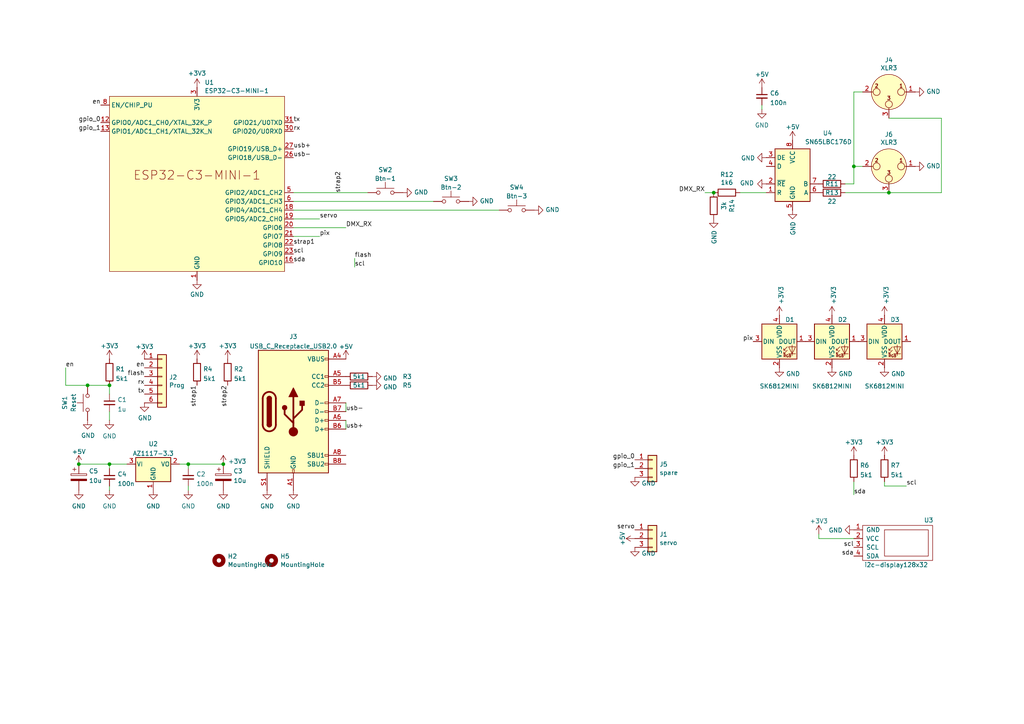
<source format=kicad_sch>
(kicad_sch (version 20231120) (generator "eeschema") (generator_version "8.0")
  (paper "A4")
  (lib_symbols
    (symbol "0_aaaaa_yeah:R" (pin_numbers hide) (pin_names (offset 0))
      (property "Reference" "R" (at 2.032 0 90))
      (property "Value" "R" (at 0 0 90))
      (symbol "R_0_1"
        (rectangle (start -1.016 -2.54) (end 1.016 2.54) (stroke (width 0.254)))
      )
      (symbol "R_1_1"
        (pin passive line (at 0 3.81 270) (length 1.27) (name "~") (number "1"))
        (pin passive line (at 0 -3.81 90) (length 1.27) (name "~") (number "2"))
      )
    )
    (symbol "Connector:USB_C_Receptacle_USB2.0" (pin_names (offset 1.016))
      (property "Reference" "J" (at -10.16 19.05 0))
      (property "Value" "USB_C_Receptacle_USB2.0" (at 19.05 19.05 0))
      (symbol "USB_C_Receptacle_USB2.0_0_0"
        (rectangle (start -0.254 -17.78) (end 0.254 -16.764))
        (rectangle (start 10.16 -14.986) (end 9.144 -15.494))
        (rectangle (start 10.16 -12.446) (end 9.144 -12.954))
        (rectangle (start 10.16 -4.826) (end 9.144 -5.334))
        (rectangle (start 10.16 -2.286) (end 9.144 -2.794))
        (rectangle (start 10.16 0.254) (end 9.144 -0.254))
        (rectangle (start 10.16 2.794) (end 9.144 2.286))
        (rectangle (start 10.16 7.874) (end 9.144 7.366))
        (rectangle (start 10.16 10.414) (end 9.144 9.906))
        (rectangle (start 10.16 15.494) (end 9.144 14.986))
      )
      (symbol "USB_C_Receptacle_USB2.0_0_1"
        (rectangle (start -10.16 17.78) (end 10.16 -17.78) (stroke (width 0.254)) (fill (type background)))
        (arc (start -8.89 -3.81) (mid -6.985 -5.7066) (end -5.08 -3.81) (stroke (width 0.508)))
        (arc (start -7.62 -3.81) (mid -6.985 -4.4422) (end -6.35 -3.81) (stroke (width 0.254)))
        (arc (start -7.62 -3.81) (mid -6.985 -4.4422) (end -6.35 -3.81) (stroke (width 0.254)) (fill (type outline)))
        (rectangle (start -7.62 -3.81) (end -6.35 3.81) (stroke (width 0.254)) (fill (type outline)))
        (arc (start -6.35 3.81) (mid -6.985 4.4422) (end -7.62 3.81) (stroke (width 0.254)))
        (arc (start -6.35 3.81) (mid -6.985 4.4422) (end -7.62 3.81) (stroke (width 0.254)) (fill (type outline)))
        (arc (start -5.08 3.81) (mid -6.985 5.7066) (end -8.89 3.81) (stroke (width 0.508)))
        (circle (center -2.54 1.143) (radius 0.635) (stroke (width 0.254)) (fill (type outline)))
        (circle (center 0 -5.842) (radius 1.27) (fill (type outline)))
        (polyline (pts (xy -8.89 -3.81) (xy -8.89 3.81)) (stroke (width 0.508)))
        (polyline (pts (xy -5.08 3.81) (xy -5.08 -3.81)) (stroke (width 0.508)))
        (polyline (pts (xy 0 -5.842) (xy 0 4.318)) (stroke (width 0.508)))
        (polyline (pts (xy 0 -3.302) (xy -2.54 -0.762) (xy -2.54 0.508)) (stroke (width 0.508)))
        (polyline (pts (xy 0 -2.032) (xy 2.54 0.508) (xy 2.54 1.778)) (stroke (width 0.508)))
        (polyline (pts (xy -1.27 4.318) (xy 0 6.858) (xy 1.27 4.318) (xy -1.27 4.318)) (stroke (width 0.254)) (fill (type outline)))
        (rectangle (start 1.905 1.778) (end 3.175 3.048) (stroke (width 0.254)) (fill (type outline)))
      )
      (symbol "USB_C_Receptacle_USB2.0_1_1"
        (pin passive line (at 0 -22.86 90) (length 5.08) (name "GND") (number "A1"))
        (pin passive line (at 0 -22.86 90) (length 5.08) hide (name "GND") (number "A12"))
        (pin passive line (at 15.24 15.24 180) (length 5.08) (name "VBUS") (number "A4"))
        (pin bidirectional line (at 15.24 10.16 180) (length 5.08) (name "CC1") (number "A5"))
        (pin bidirectional line (at 15.24 -2.54 180) (length 5.08) (name "D+") (number "A6"))
        (pin bidirectional line (at 15.24 2.54 180) (length 5.08) (name "D-") (number "A7"))
        (pin bidirectional line (at 15.24 -12.7 180) (length 5.08) (name "SBU1") (number "A8"))
        (pin passive line (at 15.24 15.24 180) (length 5.08) hide (name "VBUS") (number "A9"))
        (pin passive line (at 0 -22.86 90) (length 5.08) hide (name "GND") (number "B1"))
        (pin passive line (at 0 -22.86 90) (length 5.08) hide (name "GND") (number "B12"))
        (pin passive line (at 15.24 15.24 180) (length 5.08) hide (name "VBUS") (number "B4"))
        (pin bidirectional line (at 15.24 7.62 180) (length 5.08) (name "CC2") (number "B5"))
        (pin bidirectional line (at 15.24 -5.08 180) (length 5.08) (name "D+") (number "B6"))
        (pin bidirectional line (at 15.24 0 180) (length 5.08) (name "D-") (number "B7"))
        (pin bidirectional line (at 15.24 -15.24 180) (length 5.08) (name "SBU2") (number "B8"))
        (pin passive line (at 15.24 15.24 180) (length 5.08) hide (name "VBUS") (number "B9"))
        (pin passive line (at -7.62 -22.86 90) (length 5.08) (name "SHIELD") (number "S1"))
      )
    )
    (symbol "Connector:XLR3" (pin_names hide)
      (property "Reference" "J" (at 0 8.89 0))
      (property "Value" "Connector_XLR3" (at 0 6.35 0))
      (symbol "XLR3_0_1"
        (circle (center -3.556 0) (radius 1.016))
        (circle (center 0 -3.556) (radius 1.016))
        (polyline (pts (xy -5.08 0) (xy -4.572 0)))
        (polyline (pts (xy 0 -5.08) (xy 0 -4.572)))
        (polyline (pts (xy 5.08 0) (xy 4.572 0)))
        (circle (center 0 0) (radius 5.08) (fill (type background)))
        (circle (center 3.556 0) (radius 1.016))
        (text "1" (at -3.556 1.778 0) (effects (font (size 1.016 1.016) (bold yes))))
        (text "2" (at 3.556 1.778 0) (effects (font (size 1.016 1.016) (bold yes))))
        (text "3" (at 0 -1.778 0) (effects (font (size 1.016 1.016) (bold yes))))
        (pin passive line (at -7.62 0 0) (length 2.54) (name "~") (number "1"))
        (pin passive line (at 7.62 0 180) (length 2.54) (name "~") (number "2"))
        (pin passive line (at 0 -7.62 90) (length 2.54) (name "~") (number "3"))
      )
    )
    (symbol "Connector_Generic:Conn_01x03" (pin_names (offset 1.016) hide)
      (property "Reference" "J" (at 0 5.08 0))
      (property "Value" "Conn_01x03" (at 0 -5.08 0))
      (symbol "Conn_01x03_1_1"
        (rectangle (start -1.27 -2.413) (end 0 -2.667) (stroke (width 0.1524)))
        (rectangle (start -1.27 0.127) (end 0 -0.127) (stroke (width 0.1524)))
        (rectangle (start -1.27 2.667) (end 0 2.413) (stroke (width 0.1524)))
        (rectangle (start -1.27 3.81) (end 1.27 -3.81) (stroke (width 0.254)) (fill (type background)))
        (pin passive line (at -5.08 2.54 0) (length 3.81) (name "Pin_1") (number "1"))
        (pin passive line (at -5.08 0 0) (length 3.81) (name "Pin_2") (number "2"))
        (pin passive line (at -5.08 -2.54 0) (length 3.81) (name "Pin_3") (number "3"))
      )
    )
    (symbol "Connector_Generic:Conn_01x06" (pin_names (offset 1.016) hide)
      (property "Reference" "J" (at 0 7.62 0))
      (property "Value" "Conn_01x06" (at 0 -10.16 0))
      (symbol "Conn_01x06_1_1"
        (rectangle (start -1.27 -7.493) (end 0 -7.747) (stroke (width 0.1524)))
        (rectangle (start -1.27 -4.953) (end 0 -5.207) (stroke (width 0.1524)))
        (rectangle (start -1.27 -2.413) (end 0 -2.667) (stroke (width 0.1524)))
        (rectangle (start -1.27 0.127) (end 0 -0.127) (stroke (width 0.1524)))
        (rectangle (start -1.27 2.667) (end 0 2.413) (stroke (width 0.1524)))
        (rectangle (start -1.27 5.207) (end 0 4.953) (stroke (width 0.1524)))
        (rectangle (start -1.27 6.35) (end 1.27 -8.89) (stroke (width 0.254)) (fill (type background)))
        (pin passive line (at -5.08 5.08 0) (length 3.81) (name "Pin_1") (number "1"))
        (pin passive line (at -5.08 2.54 0) (length 3.81) (name "Pin_2") (number "2"))
        (pin passive line (at -5.08 0 0) (length 3.81) (name "Pin_3") (number "3"))
        (pin passive line (at -5.08 -2.54 0) (length 3.81) (name "Pin_4") (number "4"))
        (pin passive line (at -5.08 -5.08 0) (length 3.81) (name "Pin_5") (number "5"))
        (pin passive line (at -5.08 -7.62 0) (length 3.81) (name "Pin_6") (number "6"))
      )
    )
    (symbol "Device:R" (pin_numbers hide) (pin_names (offset 0))
      (property "Reference" "R" (at 2.032 0 90))
      (property "Value" "R" (at 0 0 90))
      (symbol "R_0_1"
        (rectangle (start -1.016 -2.54) (end 1.016 2.54) (stroke (width 0.254)))
      )
      (symbol "R_1_1"
        (pin passive line (at 0 3.81 270) (length 1.27) (name "~") (number "1"))
        (pin passive line (at 0 -3.81 90) (length 1.27) (name "~") (number "2"))
      )
    )
    (symbol "Interface_UART:SN65LBC176D"
      (property "Reference" "U" (at -4.318 8.89 0))
      (property "Value" "SN65LBC176D" (at 1.016 8.89 0))
      (symbol "SN65LBC176D_0_1"
        (rectangle (start -5.08 7.62) (end 5.08 -7.62) (stroke (width 0.254)) (fill (type background)))
      )
      (symbol "SN65LBC176D_1_1"
        (pin output line (at -7.62 -5.08 0) (length 2.54) (name "R") (number "1"))
        (pin input line (at -7.62 -2.54 0) (length 2.54) (name "~{RE}") (number "2"))
        (pin input line (at -7.62 5.08 0) (length 2.54) (name "DE") (number "3"))
        (pin input line (at -7.62 2.54 0) (length 2.54) (name "D") (number "4"))
        (pin power_in line (at 0 -10.16 90) (length 2.54) (name "GND") (number "5"))
        (pin bidirectional line (at 7.62 -5.08 180) (length 2.54) (name "A") (number "6"))
        (pin bidirectional line (at 7.62 -2.54 180) (length 2.54) (name "B") (number "7"))
        (pin power_in line (at 0 10.16 270) (length 2.54) (name "VCC") (number "8"))
      )
    )
    (symbol "Mechanical:MountingHole" (pin_names (offset 1.016)) (exclude_from_sim yes) (in_bom no)
      (property "Reference" "H" (at 0 5.08 0))
      (property "Value" "MountingHole" (at 0 3.175 0))
      (symbol "MountingHole_0_1"
        (circle (center 0 0) (radius 1.27) (stroke (width 1.27)))
      )
    )
    (symbol "PCM_Espressif:ESP32-C3-MINI-1"
      (property "Reference" "U" (at -25.4 30.48 0))
      (property "Value" "ESP32-C3-MINI-1" (at -25.4 27.94 0))
      (symbol "ESP32-C3-MINI-1_0_0"
        (text "ESP32-C3-MINI-1" (at 0 2.54 0) (effects (font (size 2.54 2.54))))
      )
      (symbol "ESP32-C3-MINI-1_0_1"
        (rectangle (start -25.4 25.4) (end 25.4 -25.4) (fill (type background)))
      )
      (symbol "ESP32-C3-MINI-1_1_1"
        (pin power_in line (at 0 -27.94 90) (length 2.54) (name "GND") (number "1"))
        (pin no_connect line (at -25.4 2.54 0) (length 2.54) hide (name "NC") (number "10"))
        (pin passive line (at 0 -27.94 90) (length 2.54) hide (name "GND") (number "11"))
        (pin bidirectional line (at -27.94 17.78 0) (length 2.54) (name "GPIO0/ADC1_CH0/XTAL_32K_P") (number "12"))
        (pin bidirectional line (at -27.94 15.24 0) (length 2.54) (name "GPIO1/ADC1_CH1/XTAL_32K_N") (number "13"))
        (pin passive line (at 0 -27.94 90) (length 2.54) hide (name "GND") (number "14"))
        (pin no_connect line (at -25.4 0 0) (length 2.54) hide (name "NC") (number "15"))
        (pin bidirectional line (at 27.94 -22.86 180) (length 2.54) (name "GPIO10") (number "16"))
        (pin no_connect line (at -25.4 -2.54 0) (length 2.54) hide (name "NC") (number "17"))
        (pin bidirectional line (at 27.94 -7.62 180) (length 2.54) (name "GPIO4/ADC1_CH4") (number "18"))
        (pin bidirectional line (at 27.94 -10.16 180) (length 2.54) (name "GPIO5/ADC2_CH0") (number "19"))
        (pin passive line (at 0 -27.94 90) (length 2.54) hide (name "GND") (number "2"))
        (pin bidirectional line (at 27.94 -12.7 180) (length 2.54) (name "GPIO6") (number "20"))
        (pin bidirectional line (at 27.94 -15.24 180) (length 2.54) (name "GPIO7") (number "21"))
        (pin bidirectional line (at 27.94 -17.78 180) (length 2.54) (name "GPIO8") (number "22"))
        (pin bidirectional line (at 27.94 -20.32 180) (length 2.54) (name "GPIO9") (number "23"))
        (pin no_connect line (at -25.4 -5.08 0) (length 2.54) hide (name "NC") (number "24"))
        (pin no_connect line (at -25.4 -7.62 0) (length 2.54) hide (name "NC") (number "25"))
        (pin bidirectional line (at 27.94 7.62 180) (length 2.54) (name "GPIO18/USB_D-") (number "26"))
        (pin bidirectional line (at 27.94 10.16 180) (length 2.54) (name "GPIO19/USB_D+") (number "27"))
        (pin no_connect line (at -25.4 -10.16 0) (length 2.54) hide (name "NC") (number "28"))
        (pin no_connect line (at -25.4 -12.7 0) (length 2.54) hide (name "NC") (number "29"))
        (pin power_in line (at 0 27.94 270) (length 2.54) (name "3V3") (number "3"))
        (pin bidirectional line (at 27.94 15.24 180) (length 2.54) (name "GPIO20/U0RXD") (number "30"))
        (pin bidirectional line (at 27.94 17.78 180) (length 2.54) (name "GPIO21/U0TXD") (number "31"))
        (pin no_connect line (at -25.4 -15.24 0) (length 2.54) hide (name "NC") (number "32"))
        (pin no_connect line (at -25.4 -17.78 0) (length 2.54) hide (name "NC") (number "33"))
        (pin no_connect line (at -25.4 -20.32 0) (length 2.54) hide (name "NC") (number "34"))
        (pin no_connect line (at -25.4 -22.86 0) (length 2.54) hide (name "NC") (number "35"))
        (pin passive line (at 0 -27.94 90) (length 2.54) hide (name "GND") (number "36"))
        (pin passive line (at 0 -27.94 90) (length 2.54) hide (name "GND") (number "37"))
        (pin passive line (at 0 -27.94 90) (length 2.54) hide (name "GND") (number "38"))
        (pin passive line (at 0 -27.94 90) (length 2.54) hide (name "GND") (number "39"))
        (pin no_connect line (at -25.4 10.16 0) (length 2.54) hide (name "NC") (number "4"))
        (pin passive line (at 0 -27.94 90) (length 2.54) hide (name "GND") (number "40"))
        (pin passive line (at 0 -27.94 90) (length 2.54) hide (name "GND") (number "41"))
        (pin passive line (at 0 -27.94 90) (length 2.54) hide (name "GND") (number "42"))
        (pin passive line (at 0 -27.94 90) (length 2.54) hide (name "GND") (number "43"))
        (pin passive line (at 0 -27.94 90) (length 2.54) hide (name "GND") (number "44"))
        (pin passive line (at 0 -27.94 90) (length 2.54) hide (name "GND") (number "45"))
        (pin passive line (at 0 -27.94 90) (length 2.54) hide (name "GND") (number "46"))
        (pin passive line (at 0 -27.94 90) (length 2.54) hide (name "GND") (number "47"))
        (pin passive line (at 0 -27.94 90) (length 2.54) hide (name "GND") (number "48"))
        (pin passive line (at 0 -27.94 90) (length 2.54) hide (name "GND") (number "49"))
        (pin bidirectional line (at 27.94 -2.54 180) (length 2.54) (name "GPIO2/ADC1_CH2") (number "5"))
        (pin passive line (at 0 -27.94 90) (length 2.54) hide (name "GND") (number "50"))
        (pin passive line (at 0 -27.94 90) (length 2.54) hide (name "GND") (number "51"))
        (pin passive line (at 0 -27.94 90) (length 2.54) hide (name "GND") (number "52"))
        (pin passive line (at 0 -27.94 90) (length 2.54) hide (name "GND") (number "53"))
        (pin bidirectional line (at 27.94 -5.08 180) (length 2.54) (name "GPIO3/ADC1_CH3") (number "6"))
        (pin no_connect line (at -25.4 7.62 0) (length 2.54) hide (name "NC") (number "7"))
        (pin input line (at -27.94 22.86 0) (length 2.54) (name "EN/CHIP_PU") (number "8"))
        (pin no_connect line (at -25.4 5.08 0) (length 2.54) hide (name "NC") (number "9"))
      )
    )
    (symbol "Regulator_Linear:AZ1117-3.3" (pin_names (offset 0.254))
      (property "Reference" "U" (at -3.81 3.175 0))
      (property "Value" "AZ1117-3.3" (at 0 3.175 0))
      (symbol "AZ1117-3.3_0_1"
        (rectangle (start -5.08 1.905) (end 5.08 -5.08) (stroke (width 0.254)) (fill (type background)))
      )
      (symbol "AZ1117-3.3_1_1"
        (pin power_in line (at 0 -7.62 90) (length 2.54) (name "GND") (number "1"))
        (pin power_out line (at 7.62 0 180) (length 2.54) (name "VO") (number "2"))
        (pin power_in line (at -7.62 0 0) (length 2.54) (name "VI") (number "3"))
      )
    )
    (symbol "nime2020-library:CP" (pin_numbers hide) (pin_names (offset 0.254))
      (property "Reference" "C" (at 0.635 2.54 0))
      (property "Value" "CP" (at 0.635 -2.54 0))
      (symbol "CP_0_1"
        (rectangle (start -2.286 0.508) (end 2.286 1.016))
        (polyline (pts (xy -1.778 2.286) (xy -0.762 2.286)))
        (polyline (pts (xy -1.27 2.794) (xy -1.27 1.778)))
        (rectangle (start 2.286 -0.508) (end -2.286 -1.016) (fill (type outline)))
      )
      (symbol "CP_1_1"
        (pin passive line (at 0 3.81 270) (length 2.794) (name "~") (number "1"))
        (pin passive line (at 0 -3.81 90) (length 2.794) (name "~") (number "2"))
      )
    )
    (symbol "nime2020-library:SW_Push" (pin_numbers hide) (pin_names (offset 1.016) hide)
      (property "Reference" "SW" (at 1.27 2.54 0))
      (property "Value" "SW_Push" (at 0 -1.524 0))
      (symbol "SW_Push_0_1"
        (circle (center -2.032 0) (radius 0.508))
        (polyline (pts (xy 0 1.27) (xy 0 3.048)))
        (polyline (pts (xy 2.54 1.27) (xy -2.54 1.27)))
        (circle (center 2.032 0) (radius 0.508))
        (pin passive line (at -5.08 0 0) (length 2.54) (name "1") (number "1"))
        (pin passive line (at 5.08 0 180) (length 2.54) (name "2") (number "2"))
      )
    )
    (symbol "power:+3V3" (power) (pin_numbers hide) (pin_names (offset 0) hide)
      (property "Value" "+3V3" (at 0 3.556 0))
      (symbol "+3V3_0_1"
        (polyline (pts (xy -0.762 1.27) (xy 0 2.54)))
        (polyline (pts (xy 0 0) (xy 0 2.54)))
        (polyline (pts (xy 0 2.54) (xy 0.762 1.27)))
      )
      (symbol "+3V3_1_1"
        (pin power_in line (at 0 0 90) (length 0) (name "~") (number "1"))
      )
    )
    (symbol "power:+5V" (power) (pin_names (offset 0))
      (property "Value" "+5V" (at 0 3.556 0))
      (symbol "+5V_0_1"
        (polyline (pts (xy -0.762 1.27) (xy 0 2.54)))
        (polyline (pts (xy 0 0) (xy 0 2.54)))
        (polyline (pts (xy 0 2.54) (xy 0.762 1.27)))
      )
      (symbol "+5V_1_1"
        (pin power_in line (at 0 0 90) (length 0) hide (name "+5V") (number "1"))
      )
    )
    (symbol "power:GND" (power) (pin_numbers hide) (pin_names (offset 0) hide)
      (property "Value" "GND" (at 0 -3.81 0))
      (symbol "GND_0_1"
        (polyline (pts (xy 0 0) (xy 0 -1.27) (xy 1.27 -1.27) (xy 0 -2.54) (xy -1.27 -1.27) (xy 0 -1.27)))
      )
      (symbol "GND_1_1"
        (pin power_in line (at 0 0 270) (length 0) (name "~") (number "1"))
      )
    )
    (symbol "synkie_symbols:C_Small" (pin_numbers hide) (pin_names (offset 0.254) hide)
      (property "Reference" "C" (at 0.254 1.778 0))
      (property "Value" "C_Small" (at 0.254 -2.032 0))
      (symbol "C_Small_0_1"
        (polyline (pts (xy -1.524 -0.508) (xy 1.524 -0.508)) (stroke (width 0.3302)))
        (polyline (pts (xy -1.524 0.508) (xy 1.524 0.508)) (stroke (width 0.3048)))
      )
      (symbol "C_Small_1_1"
        (pin passive line (at 0 2.54 270) (length 2.032) (name "~") (number "1"))
        (pin passive line (at 0 -2.54 90) (length 2.032) (name "~") (number "2"))
      )
    )
    (symbol "synkie_symbols:SK6812MINI" (pin_names (offset 0.254))
      (property "Reference" "D" (at 5.08 5.715 0))
      (property "Value" "SK6812MINI" (at 1.27 -5.715 0))
      (symbol "SK6812MINI_0_0"
        (text "RGB" (at 2.286 -4.191 0) (effects (font (size 0.762 0.762))))
      )
      (symbol "SK6812MINI_0_1"
        (polyline (pts (xy 1.27 -3.556) (xy 1.778 -3.556)))
        (polyline (pts (xy 1.27 -2.54) (xy 1.778 -2.54)))
        (polyline (pts (xy 4.699 -3.556) (xy 2.667 -3.556)))
        (polyline (pts (xy 2.286 -2.54) (xy 1.27 -3.556) (xy 1.27 -3.048)))
        (polyline (pts (xy 2.286 -1.524) (xy 1.27 -2.54) (xy 1.27 -2.032)))
        (polyline (pts (xy 3.683 -1.016) (xy 3.683 -3.556) (xy 3.683 -4.064)))
        (polyline (pts (xy 4.699 -1.524) (xy 2.667 -1.524) (xy 3.683 -3.556) (xy 4.699 -1.524)))
        (rectangle (start 5.08 5.08) (end -5.08 -5.08) (stroke (width 0.254)) (fill (type background)))
      )
      (symbol "SK6812MINI_1_1"
        (pin output line (at 7.62 0 180) (length 2.54) (name "DOUT") (number "1"))
        (pin power_in line (at 0 -7.62 90) (length 2.54) (name "VSS") (number "2"))
        (pin input line (at -7.62 0 0) (length 2.54) (name "DIN") (number "3"))
        (pin power_in line (at 0 7.62 270) (length 2.54) (name "VDD") (number "4"))
      )
    )
    (symbol "synkie_symbols:i2c-display128x32" (pin_names (offset 1.016))
      (property "Reference" "U" (at -5.08 8.89 0))
      (property "Value" "i2c-display128x32" (at 2.54 -3.81 0))
      (symbol "i2c-display128x32_0_1"
        (polyline (pts (xy -6.35 7.62) (xy 13.97 7.62) (xy 13.97 -2.54) (xy -6.35 -2.54) (xy -6.35 7.62)))
        (polyline (pts (xy 0 6.35) (xy 0 -1.27) (xy 12.7 -1.27) (xy 12.7 6.35) (xy 0 6.35)))
      )
      (symbol "i2c-display128x32_1_1"
        (pin input line (at -8.89 6.35 0) (length 2.54) (name "GND") (number "1"))
        (pin input line (at -8.89 3.81 0) (length 2.54) (name "VCC") (number "2"))
        (pin input line (at -8.89 1.27 0) (length 2.54) (name "SCL") (number "3"))
        (pin input line (at -8.89 -1.27 0) (length 2.54) (name "SDA") (number "4"))
      )
    )
  )
  (junction (at 31.75 111.76))
  (junction (at 207.01 55.88))
  (junction (at 64.77 134.62))
  (junction (at 31.75 134.62))
  (junction (at 54.61 134.62))
  (junction (at 257.81 55.88))
  (junction (at 22.86 134.62))
  (junction (at 25.4 111.76))
  (junction (at 247.65 48.26))
  (wire (pts (xy 273.05 55.88) (xy 257.81 55.88)))
  (wire (pts (xy 245.11 53.34) (xy 247.65 53.34)))
  (wire (pts (xy 22.86 134.62) (xy 31.75 134.62)))
  (wire (pts (xy 247.65 156.21) (xy 237.49 156.21)))
  (wire (pts (xy 31.75 142.24) (xy 31.75 140.97)))
  (wire (pts (xy 214.63 55.88) (xy 222.25 55.88)))
  (wire (pts (xy 19.05 111.76) (xy 25.4 111.76)))
  (wire (pts (xy 256.54 140.97) (xy 256.54 139.7)))
  (wire (pts (xy 31.75 121.92) (xy 31.75 119.38)))
  (wire (pts (xy 100.33 66.04) (xy 85.09 66.04)))
  (wire (pts (xy 31.75 135.89) (xy 31.75 134.62)))
  (wire (pts (xy 257.81 34.29) (xy 273.05 34.29)))
  (wire (pts (xy 85.09 55.88) (xy 106.68 55.88)))
  (wire (pts (xy 245.11 55.88) (xy 257.81 55.88)))
  (wire (pts (xy 54.61 134.62) (xy 64.77 134.62)))
  (wire (pts (xy 247.65 48.26) (xy 250.19 48.26)))
  (wire (pts (xy 25.4 111.76) (xy 31.75 111.76)))
  (wire (pts (xy 54.61 134.62) (xy 54.61 135.89)))
  (wire (pts (xy 92.71 63.5) (xy 85.09 63.5)))
  (wire (pts (xy 31.75 134.62) (xy 36.83 134.62)))
  (wire (pts (xy 262.89 140.97) (xy 256.54 140.97)))
  (wire (pts (xy 220.98 31.75) (xy 220.98 30.48)))
  (wire (pts (xy 237.49 156.21) (xy 237.49 154.94)))
  (wire (pts (xy 100.33 121.92) (xy 100.33 124.46)))
  (wire (pts (xy 85.09 60.96) (xy 144.78 60.96)))
  (wire (pts (xy 31.75 114.3) (xy 31.75 111.76)))
  (wire (pts (xy 85.09 58.42) (xy 125.73 58.42)))
  (wire (pts (xy 52.07 134.62) (xy 54.61 134.62)))
  (wire (pts (xy 247.65 143.51) (xy 247.65 139.7)))
  (wire (pts (xy 247.65 26.67) (xy 247.65 48.26)))
  (wire (pts (xy 250.19 26.67) (xy 247.65 26.67)))
  (wire (pts (xy 54.61 142.24) (xy 54.61 140.97)))
  (wire (pts (xy 247.65 48.26) (xy 247.65 53.34)))
  (wire (pts (xy 207.01 55.88) (xy 204.47 55.88)))
  (wire (pts (xy 85.09 68.58) (xy 92.71 68.58)))
  (wire (pts (xy 273.05 34.29) (xy 273.05 55.88)))
  (wire (pts (xy 100.33 116.84) (xy 100.33 119.38)))
  (wire (pts (xy 102.87 74.93) (xy 102.87 77.47)))
  (wire (pts (xy 19.05 106.68) (xy 19.05 111.76)))
  (label "servo" (at 92.71 63.5 0))
  (label "pix" (at 218.44 99.06 180))
  (label "flash" (at 102.87 74.93 0))
  (label "usb-" (at 100.33 119.38 0))
  (label "en" (at 29.21 30.48 180))
  (label "scl" (at 262.89 140.97 0))
  (label "DMX_RX" (at 100.33 66.04 0))
  (label "tx" (at 85.09 35.56 0))
  (label "sda" (at 247.65 161.29 180))
  (label "usb+" (at 85.09 43.18 0))
  (label "rx" (at 85.09 38.1 0))
  (label "sda" (at 85.09 76.2 0))
  (label "scl" (at 85.09 73.66 0))
  (label "sda" (at 247.65 143.51 0))
  (label "gpio_0" (at 29.21 35.56 180))
  (label "en" (at 19.05 106.68 0))
  (label "gpio_1" (at 29.21 38.1 180))
  (label "servo" (at 184.15 153.67 180))
  (label "strap2" (at 99.06 55.88 90))
  (label "scl" (at 247.65 158.75 180))
  (label "flash" (at 41.91 109.22 180))
  (label "tx" (at 41.91 114.3 180))
  (label "scl" (at 102.87 77.47 0))
  (label "strap1" (at 57.15 111.76 270))
  (label "gpio_1" (at 184.15 135.89 180))
  (label "gpio_0" (at 184.15 133.35 180))
  (label "strap2" (at 66.04 111.76 270))
  (label "usb+" (at 100.33 124.46 0))
  (label "usb-" (at 85.09 45.72 0))
  (label "pix" (at 92.71 68.58 0))
  (label "en" (at 41.91 106.68 180))
  (label "rx" (at 41.91 111.76 180))
  (label "strap1" (at 85.09 71.12 0))
  (label "DMX_RX" (at 204.47 55.88 180))
  (symbol (lib_id "Connector:XLR3") (at 257.81 26.67 0) (mirror y) (unit 1)
    (property "Reference" "J4" (at 257.81 17.399 0))
    (property "Value" "XLR3" (at 257.81 19.7104 0))
    (property "Footprint" "anyma_footprints:Jack_XLR_Neutrik_3+5Pin_Female" (effects (hide yes)))
    (property "Datasheet" " ~" (effects (hide yes)))
  )
  (symbol (lib_id "power:GND") (at 184.15 138.43 0) (unit 1)
    (property "Reference" "#PWR037" (effects (hide yes)))
    (property "Value" "GND" (at 186.055 140.179 0) (effects (justify left)))
  )
  (symbol (lib_id "Connector:XLR3") (at 257.81 48.26 0) (mirror y) (unit 1)
    (property "Reference" "J6" (at 257.81 38.989 0))
    (property "Value" "XLR3" (at 257.81 41.3004 0))
    (property "Footprint" "anyma_footprints:Jack_XLR_Neutrix__3+5Pin_Male" (effects (hide yes)))
    (property "Datasheet" " ~" (effects (hide yes)))
  )
  (symbol (lib_id "power:GND") (at 154.94 60.96 90) (unit 1)
    (property "Reference" "#PWR024" (effects (hide yes)))
    (property "Value" "GND" (at 158.1912 60.833 90) (effects (justify right)))
  )
  (symbol (lib_id "synkie_symbols:SK6812MINI") (at 241.3 99.06 0) (unit 1)
    (property "Reference" "D2" (at 244.348 92.71 0))
    (property "Value" "SK6812MINI" (at 241.3 112.014 0))
    (property "Footprint" "Anyma06:SK6812-MINI-HS" (effects (hide yes)))
    (property "Datasheet" "https://cdn-shop.adafruit.com/product-files/2686/SK6812MINI_REV.01-1-2.pdf" (effects (hide yes)))
  )
  (symbol (lib_id "power:GND") (at 222.25 45.72 270) (unit 1)
    (property "Reference" "#PWR040" (effects (hide yes)))
    (property "Value" "GND" (at 218.9988 45.847 90) (effects (justify right)))
  )
  (symbol (lib_id "power:GND") (at 256.54 106.68 0) (unit 1)
    (property "Reference" "#PWR036" (effects (hide yes)))
    (property "Value" "GND" (at 258.445 108.429 0) (effects (justify left)))
  )
  (symbol (lib_id "PCM_Espressif:ESP32-C3-MINI-1") (at 57.15 53.34 0) (unit 1)
    (property "Reference" "U1" (at 59.3441 23.9225 0) (effects (justify left)))
    (property "Value" "ESP32-C3-MINI-1" (at 59.3441 26.3468 0) (effects (justify left)))
    (property "Footprint" "PCM_Espressif:ESP32-C3-MINI-1" (effects (hide yes)))
    (property "Datasheet" "https://www.espressif.com/sites/default/files/documentation/esp32-c3-mini-1_datasheet_en.pdf" (effects (hide yes)))
    (property "Description" "ESP32-C3-MINI-1 family is an ultra-low-power MCU-based SoC solution that supports 2.4 GHz Wi-Fi and Bluetooth®Low Energy (Bluetooth LE)." (effects (hide yes)))
  )
  (symbol (lib_id "power:+3V3") (at 41.91 104.14 0) (unit 1)
    (property "Reference" "#PWR03" (effects (hide yes)))
    (property "Value" "+3V3" (at 41.91 100.5355 0))
  )
  (symbol (lib_id "Interface_UART:SN65LBC176D") (at 229.87 50.8 0) (unit 1)
    (property "Reference" "U4" (at 240.03 38.608 0))
    (property "Value" "SN65LBC176D" (at 240.284 41.148 0))
    (property "Footprint" "Package_SO:SOIC-8_3.9x4.9mm_P1.27mm" (effects (hide yes)))
    (property "Datasheet" "http://www.ti.com/lit/ds/symlink/sn75lbc176.pdf" (effects (hide yes)))
  )
  (symbol (lib_id "synkie_symbols:C_Small") (at 31.75 138.43 0) (unit 1)
    (property "Reference" "C4" (at 34.0741 137.5278 0) (effects (justify left)))
    (property "Value" "100n" (at 34.0741 140.3029 0) (effects (justify left)))
    (property "Footprint" "synkie_footprints:C_0603_1608Metric_Pad1.05x0.95mm_HandSolder" (effects (hide yes)))
  )
  (symbol (lib_id "power:GND") (at 64.77 142.24 0) (unit 1)
    (property "Reference" "#PWR022" (effects (hide yes)))
    (property "Value" "GND" (at 64.77 146.8025 0))
  )
  (symbol (lib_id "Connector_Generic:Conn_01x03") (at 189.23 156.21 0) (unit 1)
    (property "Reference" "J1" (at 191.262 154.9978 0) (effects (justify left)))
    (property "Value" "servo" (at 191.262 157.4221 0) (effects (justify left)))
    (property "Footprint" "anyma_footprints:ComboPinhead_03" (effects (hide yes)))
  )
  (symbol (lib_id "power:+3V3") (at 64.77 134.62 0) (unit 1)
    (property "Reference" "#PWR020" (effects (hide yes)))
    (property "Value" "+3V3" (at 66.167 133.829 0) (effects (justify left)))
  )
  (symbol (lib_id "power:+3V3") (at 57.15 25.4 0) (unit 1)
    (property "Reference" "#PWR02" (effects (hide yes)))
    (property "Value" "+3V3" (at 57.15 21.2669 0))
    (property "Description" "Power symbol creates a global label with name \"+3V3\"" (effects (hide yes)))
  )
  (symbol (lib_id "power:GND") (at 31.75 142.24 0) (unit 1)
    (property "Reference" "#PWR025" (effects (hide yes)))
    (property "Value" "GND" (at 31.75 146.8025 0))
  )
  (symbol (lib_id "power:GND") (at 226.06 106.68 0) (unit 1)
    (property "Reference" "#PWR031" (effects (hide yes)))
    (property "Value" "GND" (at 227.965 108.429 0) (effects (justify left)))
  )
  (symbol (lib_id "power:+3V3") (at 241.3 91.44 0) (unit 1)
    (property "Reference" "#PWR032" (effects (hide yes)))
    (property "Value" "+3V3" (at 241.779 88.265 90) (effects (justify left)))
  )
  (symbol (lib_id "Device:R") (at 241.3 53.34 270) (unit 1)
    (property "Reference" "R11" (at 241.3 53.34 90))
    (property "Value" "22" (at 241.3 51.308 90))
    (property "Footprint" "synkie_footprints:R_0805_2012Metric_Pad1.15x1.40mm_HandSolder" (effects (hide yes)))
  )
  (symbol (lib_id "Device:R") (at 241.3 55.88 270) (unit 1)
    (property "Reference" "R13" (at 241.3 55.88 90))
    (property "Value" "22" (at 241.3 58.42 90))
    (property "Footprint" "synkie_footprints:R_0805_2012Metric_Pad1.15x1.40mm_HandSolder" (effects (hide yes)))
  )
  (symbol (lib_id "power:GND") (at 41.91 116.84 0) (unit 1)
    (property "Reference" "#PWR04" (effects (hide yes)))
    (property "Value" "GND" (at 42.037 121.2342 0))
  )
  (symbol (lib_id "synkie_symbols:C_Small") (at 220.98 27.94 0) (unit 1)
    (property "Reference" "C6" (at 223.3041 27.0378 0) (effects (justify left)))
    (property "Value" "100n" (at 223.3041 29.8129 0) (effects (justify left)))
    (property "Footprint" "synkie_footprints:C_0603_1608Metric_Pad1.05x0.95mm_HandSolder" (effects (hide yes)))
  )
  (symbol (lib_id "power:GND") (at 31.75 121.92 0) (unit 1)
    (property "Reference" "#PWR06" (effects (hide yes)))
    (property "Value" "GND" (at 31.75 126.4825 0))
  )
  (symbol (lib_id "power:GND") (at 54.61 142.24 0) (unit 1)
    (property "Reference" "#PWR021" (effects (hide yes)))
    (property "Value" "GND" (at 54.61 146.8025 0))
  )
  (symbol (lib_id "nime2020-library:SW_Push") (at 25.4 116.84 90) (unit 1)
    (property "Reference" "SW1" (at 18.7792 116.84 0))
    (property "Value" "Reset" (at 21.3161 116.84 0))
    (property "Footprint" "Button_Switch_SMD:SW_Push_1P1T_NO_CK_KMR2" (effects (hide yes)))
  )
  (symbol (lib_id "power:GND") (at 85.09 142.24 0) (unit 1)
    (property "Reference" "#PWR015" (effects (hide yes)))
    (property "Value" "GND" (at 85.09 146.8025 0))
  )
  (symbol (lib_id "nime2020-library:CP") (at 22.86 138.43 0) (unit 1)
    (property "Reference" "C5" (at 25.781 136.6325 0) (effects (justify left)))
    (property "Value" "10u" (at 25.781 139.4076 0) (effects (justify left)))
    (property "Footprint" "synkie_footprints:C_1206_3216Metric_Pad1.42x1.75mm_HandSolder" (effects (hide yes)))
  )
  (symbol (lib_id "Device:R") (at 247.65 135.89 0) (unit 1)
    (property "Reference" "R6" (at 249.428 134.9815 0) (effects (justify left)))
    (property "Value" "5k1" (at 249.428 137.7566 0) (effects (justify left)))
    (property "Footprint" "synkie_footprints:R_0805_2012Metric_Pad1.15x1.40mm_HandSolder" (effects (hide yes)))
  )
  (symbol (lib_id "power:GND") (at 220.98 31.75 0) (unit 1)
    (property "Reference" "#PWR045" (effects (hide yes)))
    (property "Value" "GND" (at 220.98 36.3125 0))
  )
  (symbol (lib_id "power:GND") (at 107.95 109.22 90) (unit 1)
    (property "Reference" "#PWR012" (effects (hide yes)))
    (property "Value" "GND" (at 111.125 109.699 90) (effects (justify right)))
  )
  (symbol (lib_id "power:+5V") (at 184.15 156.21 90) (unit 1)
    (property "Reference" "#PWR029" (effects (hide yes)))
    (property "Value" "+5V" (at 180.5455 156.21 0))
  )
  (symbol (lib_id "synkie_symbols:SK6812MINI") (at 256.54 99.06 0) (unit 1)
    (property "Reference" "D3" (at 259.588 92.71 0))
    (property "Value" "SK6812MINI" (at 256.54 112.014 0))
    (property "Footprint" "Anyma06:SK6812-MINI-HS" (effects (hide yes)))
    (property "Datasheet" "https://cdn-shop.adafruit.com/product-files/2686/SK6812MINI_REV.01-1-2.pdf" (effects (hide yes)))
  )
  (symbol (lib_id "power:GND") (at 57.15 81.28 0) (unit 1)
    (property "Reference" "#PWR01" (effects (hide yes)))
    (property "Value" "GND" (at 57.15 85.4131 0))
    (property "Description" "Power symbol creates a global label with name \"GND\" , ground" (effects (hide yes)))
  )
  (symbol (lib_id "nime2020-library:SW_Push") (at 130.81 58.42 0) (unit 1)
    (property "Reference" "SW3" (at 130.81 51.7992 0))
    (property "Value" "Btn-2" (at 130.81 54.3361 0))
    (property "Footprint" "synkie_footprints:Alps_Tactile_Switch" (effects (hide yes)))
  )
  (symbol (lib_id "power:+5V") (at 229.87 40.64 0) (unit 1)
    (property "Reference" "#PWR039" (effects (hide yes)))
    (property "Value" "+5V" (at 229.87 36.83 0))
  )
  (symbol (lib_id "power:GND") (at 107.95 111.76 90) (unit 1)
    (property "Reference" "#PWR013" (effects (hide yes)))
    (property "Value" "GND" (at 111.125 112.239 90) (effects (justify right)))
  )
  (symbol (lib_id "Mechanical:MountingHole") (at 78.74 162.56 0) (unit 1) (exclude_from_sim yes) (in_bom no)
    (property "Reference" "H5" (at 81.28 161.3478 0) (effects (justify left)))
    (property "Value" "MountingHole" (at 81.28 163.7721 0) (effects (justify left)))
    (property "Footprint" "MountingHole:MountingHole_2.7mm_M2.5_DIN965" (effects (hide yes)))
    (property "Description" "Mounting Hole without connection" (effects (hide yes)))
  )
  (symbol (lib_id "power:+3V3") (at 31.75 104.14 0) (unit 1)
    (property "Reference" "#PWR05" (effects (hide yes)))
    (property "Value" "+3V3" (at 31.75 100.33 0))
  )
  (symbol (lib_id "synkie_symbols:C_Small") (at 31.75 116.84 0) (unit 1)
    (property "Reference" "C1" (at 34.0741 115.9378 0) (effects (justify left)))
    (property "Value" "1u" (at 34.0741 118.7129 0) (effects (justify left)))
    (property "Footprint" "synkie_footprints:C_0603_1608Metric_Pad1.05x0.95mm_HandSolder" (effects (hide yes)))
  )
  (symbol (lib_id "power:GND") (at 184.15 158.75 0) (unit 1)
    (property "Reference" "#PWR030" (effects (hide yes)))
    (property "Value" "GND" (at 186.055 160.499 0) (effects (justify left)))
  )
  (symbol (lib_id "Regulator_Linear:AZ1117-3.3") (at 44.45 134.62 0) (unit 1)
    (property "Reference" "U2" (at 44.45 128.7485 0))
    (property "Value" "AZ1117-3.3" (at 44.45 131.5236 0))
    (property "Footprint" "Package_TO_SOT_SMD:SOT-223-3_TabPin2" (effects (hide yes)))
    (property "Datasheet" "https://www.diodes.com/assets/Datasheets/AZ1117.pdf" (effects (hide yes)))
  )
  (symbol (lib_id "synkie_symbols:C_Small") (at 54.61 138.43 0) (unit 1)
    (property "Reference" "C2" (at 56.9341 137.5278 0) (effects (justify left)))
    (property "Value" "100n" (at 56.9341 140.3029 0) (effects (justify left)))
    (property "Footprint" "synkie_footprints:C_0603_1608Metric_Pad1.05x0.95mm_HandSolder" (effects (hide yes)))
  )
  (symbol (lib_id "synkie_symbols:SK6812MINI") (at 226.06 99.06 0) (unit 1)
    (property "Reference" "D1" (at 229.108 92.71 0))
    (property "Value" "SK6812MINI" (at 226.06 112.014 0))
    (property "Footprint" "Anyma06:SK6812-MINI-HS" (effects (hide yes)))
    (property "Datasheet" "https://cdn-shop.adafruit.com/product-files/2686/SK6812MINI_REV.01-1-2.pdf" (effects (hide yes)))
  )
  (symbol (lib_id "power:GND") (at 77.47 142.24 0) (unit 1)
    (property "Reference" "#PWR014" (effects (hide yes)))
    (property "Value" "GND" (at 77.47 146.8025 0))
  )
  (symbol (lib_id "nime2020-library:CP") (at 64.77 138.43 0) (unit 1)
    (property "Reference" "C3" (at 67.691 136.6325 0) (effects (justify left)))
    (property "Value" "10u" (at 67.691 139.4076 0) (effects (justify left)))
    (property "Footprint" "synkie_footprints:C_1206_3216Metric_Pad1.42x1.75mm_HandSolder" (effects (hide yes)))
  )
  (symbol (lib_id "power:+3V3") (at 66.04 104.14 0) (unit 1)
    (property "Reference" "#PWR07" (effects (hide yes)))
    (property "Value" "+3V3" (at 66.04 100.33 0))
  )
  (symbol (lib_id "Connector:USB_C_Receptacle_USB2.0") (at 85.09 119.38 0) (unit 1)
    (property "Reference" "J3" (at 85.09 97.6335 0))
    (property "Value" "USB_C_Receptacle_USB2.0" (at 85.09 100.4086 0))
    (property "Footprint" "synkie_footprints:JAE_USB-C_SJ122205" (effects (hide yes)))
    (property "Datasheet" "https://www.usb.org/sites/default/files/documents/usb_type-c.zip" (effects (hide yes)))
  )
  (symbol (lib_id "power:+5V") (at 22.86 134.62 0) (unit 1)
    (property "Reference" "#PWR023" (effects (hide yes)))
    (property "Value" "+5V" (at 22.86 131.0155 0))
  )
  (symbol (lib_id "Device:R") (at 66.04 107.95 0) (unit 1)
    (property "Reference" "R2" (at 67.818 107.0415 0) (effects (justify left)))
    (property "Value" "5k1" (at 67.818 109.8166 0) (effects (justify left)))
    (property "Footprint" "synkie_footprints:R_0805_2012Metric_Pad1.15x1.40mm_HandSolder" (effects (hide yes)))
  )
  (symbol (lib_id "Device:R") (at 256.54 135.89 0) (unit 1)
    (property "Reference" "R7" (at 258.318 134.9815 0) (effects (justify left)))
    (property "Value" "5k1" (at 258.318 137.7566 0) (effects (justify left)))
    (property "Footprint" "synkie_footprints:R_0805_2012Metric_Pad1.15x1.40mm_HandSolder" (effects (hide yes)))
  )
  (symbol (lib_id "power:GND") (at 265.43 26.67 90) (unit 1)
    (property "Reference" "#PWR035" (effects (hide yes)))
    (property "Value" "GND" (at 268.6812 26.543 90) (effects (justify right)))
  )
  (symbol (lib_id "power:GND") (at 247.65 153.67 270) (unit 1)
    (property "Reference" "#PWR016" (effects (hide yes)))
    (property "Value" "GND" (at 244.3988 153.797 90) (effects (justify right)))
  )
  (symbol (lib_id "power:GND") (at 265.43 48.26 90) (unit 1)
    (property "Reference" "#PWR041" (effects (hide yes)))
    (property "Value" "GND" (at 268.6812 48.133 90) (effects (justify right)))
  )
  (symbol (lib_id "nime2020-library:SW_Push") (at 149.86 60.96 0) (unit 1)
    (property "Reference" "SW4" (at 149.86 54.3392 0))
    (property "Value" "Btn-3" (at 149.86 56.8761 0))
    (property "Footprint" "synkie_footprints:Alps_Tactile_Switch" (effects (hide yes)))
  )
  (symbol (lib_id "power:GND") (at 229.87 60.96 0) (unit 1)
    (property "Reference" "#PWR043" (effects (hide yes)))
    (property "Value" "GND" (at 229.997 64.2112 90) (effects (justify right)))
  )
  (symbol (lib_id "power:GND") (at 135.89 58.42 90) (unit 1)
    (property "Reference" "#PWR019" (effects (hide yes)))
    (property "Value" "GND" (at 139.1412 58.293 90) (effects (justify right)))
  )
  (symbol (lib_id "power:GND") (at 22.86 142.24 0) (unit 1)
    (property "Reference" "#PWR026" (effects (hide yes)))
    (property "Value" "GND" (at 22.86 146.8025 0))
  )
  (symbol (lib_id "0_aaaaa_yeah:R") (at 104.14 109.22 90) (unit 1)
    (property "Reference" "R3" (at 118.11 109.22 90))
    (property "Value" "5k1" (at 104.14 109.22 90))
    (property "Footprint" "synkie_footprints:R_0805_2012Metric_Pad1.15x1.40mm_HandSolder" (effects (hide yes)))
  )
  (symbol (lib_id "power:GND") (at 241.3 106.68 0) (unit 1)
    (property "Reference" "#PWR033" (effects (hide yes)))
    (property "Value" "GND" (at 243.205 108.429 0) (effects (justify left)))
  )
  (symbol (lib_id "nime2020-library:SW_Push") (at 111.76 55.88 0) (unit 1)
    (property "Reference" "SW2" (at 111.76 49.2592 0))
    (property "Value" "Btn-1" (at 111.76 51.7961 0))
    (property "Footprint" "synkie_footprints:Alps_Tactile_Switch" (effects (hide yes)))
  )
  (symbol (lib_id "Device:R") (at 207.01 59.69 180) (unit 1)
    (property "Reference" "R14" (at 212.2678 59.69 90))
    (property "Value" "3k" (at 209.9564 59.69 90))
    (property "Footprint" "synkie_footprints:R_0805_2012Metric_Pad1.15x1.40mm_HandSolder" (effects (hide yes)))
  )
  (symbol (lib_id "power:GND") (at 44.45 142.24 0) (unit 1)
    (property "Reference" "#PWR018" (effects (hide yes)))
    (property "Value" "GND" (at 44.45 146.8025 0))
  )
  (symbol (lib_id "Device:R") (at 31.75 107.95 0) (unit 1)
    (property "Reference" "R1" (at 33.528 107.0415 0) (effects (justify left)))
    (property "Value" "5k1" (at 33.528 109.8166 0) (effects (justify left)))
    (property "Footprint" "synkie_footprints:R_0805_2012Metric_Pad1.15x1.40mm_HandSolder" (effects (hide yes)))
  )
  (symbol (lib_id "power:+3V3") (at 226.06 91.44 0) (unit 1)
    (property "Reference" "#PWR028" (effects (hide yes)))
    (property "Value" "+3V3" (at 226.539 88.265 90) (effects (justify left)))
  )
  (symbol (lib_id "Connector_Generic:Conn_01x03") (at 189.23 135.89 0) (unit 1)
    (property "Reference" "J5" (at 191.262 134.6778 0) (effects (justify left)))
    (property "Value" "spare" (at 191.262 137.1021 0) (effects (justify left)))
    (property "Footprint" "anyma_footprints:ComboPinhead_03" (effects (hide yes)))
  )
  (symbol (lib_id "Device:R") (at 57.15 107.95 0) (unit 1)
    (property "Reference" "R4" (at 58.928 107.0415 0) (effects (justify left)))
    (property "Value" "5k1" (at 58.928 109.8166 0) (effects (justify left)))
    (property "Footprint" "synkie_footprints:R_0805_2012Metric_Pad1.15x1.40mm_HandSolder" (effects (hide yes)))
  )
  (symbol (lib_id "Mechanical:MountingHole") (at 63.5 162.56 0) (unit 1) (exclude_from_sim yes) (in_bom no)
    (property "Reference" "H2" (at 66.04 161.3478 0) (effects (justify left)))
    (property "Value" "MountingHole" (at 66.04 163.7721 0) (effects (justify left)))
    (property "Footprint" "MountingHole:MountingHole_2.7mm_M2.5_DIN965" (effects (hide yes)))
    (property "Description" "Mounting Hole without connection" (effects (hide yes)))
  )
  (symbol (lib_id "power:+3V3") (at 256.54 132.08 0) (unit 1)
    (property "Reference" "#PWR011" (effects (hide yes)))
    (property "Value" "+3V3" (at 256.54 128.27 0))
  )
  (symbol (lib_id "power:GND") (at 222.25 53.34 270) (unit 1)
    (property "Reference" "#PWR042" (effects (hide yes)))
    (property "Value" "GND" (at 218.694 53.086 90) (effects (justify right)))
  )
  (symbol (lib_id "power:+3V3") (at 57.15 104.14 0) (unit 1)
    (property "Reference" "#PWR09" (effects (hide yes)))
    (property "Value" "+3V3" (at 57.15 100.33 0))
  )
  (symbol (lib_id "power:+3V3") (at 256.54 91.44 0) (unit 1)
    (property "Reference" "#PWR034" (effects (hide yes)))
    (property "Value" "+3V3" (at 257.019 88.265 90) (effects (justify left)))
  )
  (symbol (lib_id "power:+3V3") (at 237.49 154.94 0) (unit 1)
    (property "Reference" "#PWR046" (effects (hide yes)))
    (property "Value" "+3V3" (at 237.49 151.13 0))
  )
  (symbol (lib_id "power:+5V") (at 220.98 25.4 0) (unit 1)
    (property "Reference" "#PWR038" (effects (hide yes)))
    (property "Value" "+5V" (at 220.98 21.59 0))
  )
  (symbol (lib_id "0_aaaaa_yeah:R") (at 104.14 111.76 90) (unit 1)
    (property "Reference" "R5" (at 118.11 111.76 90))
    (property "Value" "5k1" (at 104.14 111.76 90))
    (property "Footprint" "synkie_footprints:R_0805_2012Metric_Pad1.15x1.40mm_HandSolder" (effects (hide yes)))
  )
  (symbol (lib_id "synkie_symbols:i2c-display128x32") (at 256.54 160.02 0) (unit 1)
    (property "Reference" "U3" (at 267.97 150.876 0) (effects (justify left)))
    (property "Value" "i2c-display128x32" (at 250.698 163.83 0) (effects (justify left)))
    (property "Footprint" "synkie_footprints:Bangood-OLED-128x32" (effects (hide yes)))
  )
  (symbol (lib_id "power:+3V3") (at 247.65 132.08 0) (unit 1)
    (property "Reference" "#PWR010" (effects (hide yes)))
    (property "Value" "+3V3" (at 247.65 128.27 0))
  )
  (symbol (lib_id "power:GND") (at 207.01 63.5 0) (unit 1)
    (property "Reference" "#PWR044" (effects (hide yes)))
    (property "Value" "GND" (at 207.137 66.7512 90) (effects (justify right)))
  )
  (symbol (lib_id "power:+5V") (at 100.33 104.14 0) (unit 1)
    (property "Reference" "#PWR08" (effects (hide yes)))
    (property "Value" "+5V" (at 100.33 100.5355 0))
  )
  (symbol (lib_id "Connector_Generic:Conn_01x06") (at 46.99 109.22 0) (unit 1)
    (property "Reference" "J2" (at 49.022 109.4232 0) (effects (justify left)))
    (property "Value" "Prog" (at 49.022 111.7346 0) (effects (justify left)))
    (property "Footprint" "Anyma06:AnymaPOGO-ESP" (effects (hide yes)))
  )
  (symbol (lib_id "power:GND") (at 25.4 121.92 0) (unit 1)
    (property "Reference" "#PWR027" (effects (hide yes)))
    (property "Value" "GND" (at 25.527 126.3142 0))
  )
  (symbol (lib_id "Device:R") (at 210.82 55.88 270) (unit 1)
    (property "Reference" "R12" (at 210.82 50.6222 90))
    (property "Value" "1k6" (at 210.82 52.9336 90))
    (property "Footprint" "synkie_footprints:R_0805_2012Metric_Pad1.15x1.40mm_HandSolder" (effects (hide yes)))
  )
  (symbol (lib_id "power:GND") (at 116.84 55.88 90) (unit 1)
    (property "Reference" "#PWR017" (effects (hide yes)))
    (property "Value" "GND" (at 120.0912 55.753 90) (effects (justify right)))
  )
)
</source>
